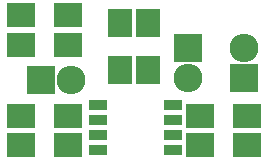
<source format=gts>
G04 #@! TF.FileFunction,Soldermask,Top*
%FSLAX46Y46*%
G04 Gerber Fmt 4.6, Leading zero omitted, Abs format (unit mm)*
G04 Created by KiCad (PCBNEW 4.0.4+e1-6308~48~ubuntu16.04.1-stable) date Thu Nov  3 23:10:20 2016*
%MOMM*%
%LPD*%
G01*
G04 APERTURE LIST*
%ADD10C,0.100000*%
%ADD11R,2.400000X2.000000*%
%ADD12R,1.543000X0.908000*%
%ADD13R,2.432000X2.432000*%
%ADD14O,2.432000X2.432000*%
%ADD15R,2.000000X2.400000*%
G04 APERTURE END LIST*
D10*
D11*
X184250000Y-79000000D03*
X180250000Y-79000000D03*
D12*
X193175000Y-78095000D03*
X193175000Y-79365000D03*
X193175000Y-80635000D03*
X193175000Y-81905000D03*
X186825000Y-81905000D03*
X186825000Y-80635000D03*
X186825000Y-79365000D03*
X186825000Y-78095000D03*
D11*
X184250000Y-81500000D03*
X180250000Y-81500000D03*
X184250000Y-70500000D03*
X180250000Y-70500000D03*
X184250000Y-73000000D03*
X180250000Y-73000000D03*
D13*
X181950000Y-76000000D03*
D14*
X184490000Y-76000000D03*
D13*
X199200000Y-75800000D03*
D14*
X199200000Y-73260000D03*
D13*
X194400000Y-73260000D03*
D14*
X194400000Y-75800000D03*
D11*
X199450000Y-79000000D03*
X195450000Y-79000000D03*
D15*
X191050000Y-75100000D03*
X191050000Y-71100000D03*
D11*
X195450000Y-81500000D03*
X199450000Y-81500000D03*
D15*
X188650000Y-71100000D03*
X188650000Y-75100000D03*
M02*

</source>
